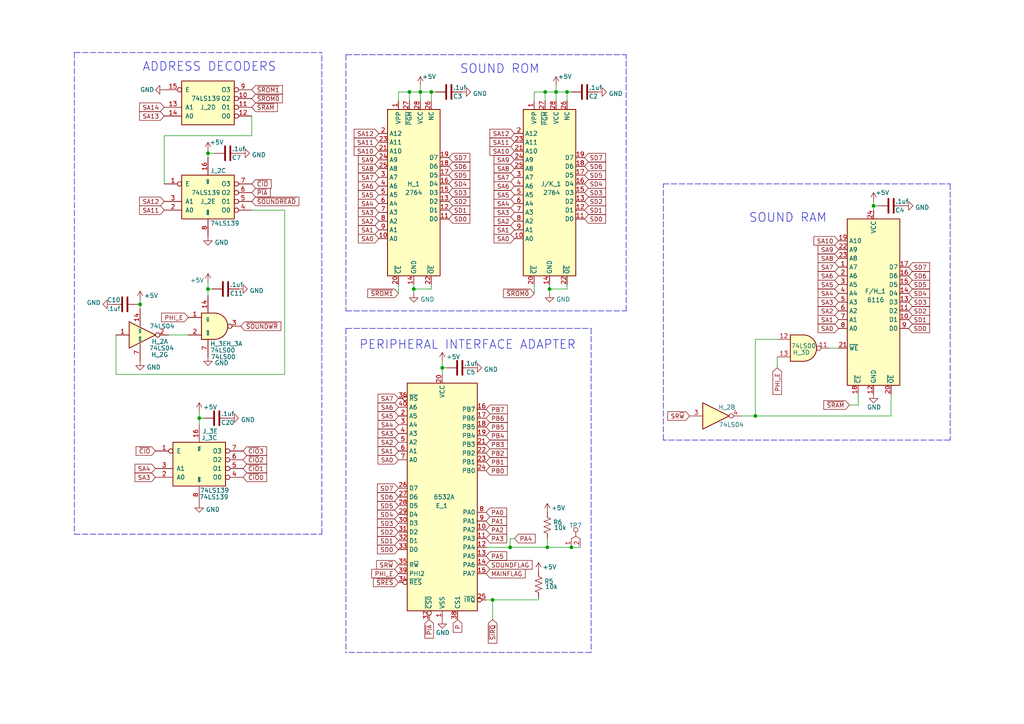
<source format=kicad_sch>
(kicad_sch (version 20211123) (generator eeschema)
  (paper "A4")
  (lib_symbols
    (symbol "Device:C" (pin_numbers hide) (pin_names (offset 0.254))
      (property "Reference" "C" (at 0.635 2.54 0))
      (property "Value" "C" (at 0.635 -2.54 0))
      (symbol "C_0_1"
        (polyline (pts (xy -2.032 -0.762) (xy 2.032 -0.762)) (stroke (width 0.508)))
        (polyline (pts (xy -2.032 0.762) (xy 2.032 0.762)) (stroke (width 0.508)))
      )
      (symbol "C_1_1"
        (pin passive line (at 0 3.81 270) (length 2.794) (name "~") (number "1"))
        (pin passive line (at 0 -3.81 90) (length 2.794) (name "~") (number "2"))
      )
    )
    (symbol "Device:R_US" (pin_numbers hide) (pin_names (offset 0))
      (property "Reference" "R" (at 2.54 0 90))
      (property "Value" "R_US" (at -2.54 0 90))
      (symbol "R_US_0_1"
        (polyline (pts (xy 0 -2.286) (xy 0 -2.54)))
        (polyline (pts (xy 0 2.286) (xy 0 2.54)))
        (polyline (pts (xy 0 -0.762) (xy 1.016 -1.143) (xy 0 -1.524) (xy -1.016 -1.905) (xy 0 -2.286)))
        (polyline (pts (xy 0 0.762) (xy 1.016 0.381) (xy 0 0) (xy -1.016 -0.381) (xy 0 -0.762)))
        (polyline (pts (xy 0 2.286) (xy 1.016 1.905) (xy 0 1.524) (xy -1.016 1.143) (xy 0 0.762)))
      )
      (symbol "R_US_1_1"
        (pin passive line (at 0 3.81 270) (length 1.27) (name "~") (number "1"))
        (pin passive line (at 0 -3.81 90) (length 1.27) (name "~") (number "2"))
      )
    )
    (symbol "atari:2764"
      (property "Reference" "U" (at 0 0 0))
      (property "Value" "2764" (at -1.905 1.905 0))
      (symbol "2764_1_1"
        (rectangle (start -7.62 22.86) (end 7.62 -25.4) (stroke (width 0.254)) (fill (type background)))
        (pin input line (at -4.445 25.4 270) (length 2.54) (name "VPP") (number "1"))
        (pin input line (at -10.16 -14.605 0) (length 2.54) (name "A0") (number "10"))
        (pin tri_state line (at 10.16 -8.89 180) (length 2.54) (name "D0") (number "11"))
        (pin tri_state line (at 10.16 -6.35 180) (length 2.54) (name "D1") (number "12"))
        (pin tri_state line (at 10.16 -3.81 180) (length 2.54) (name "D2") (number "13"))
        (pin power_in line (at 0 -27.94 90) (length 2.54) (name "GND") (number "14"))
        (pin tri_state line (at 10.16 -1.27 180) (length 2.54) (name "D3") (number "15"))
        (pin tri_state line (at 10.16 1.27 180) (length 2.54) (name "D4") (number "16"))
        (pin tri_state line (at 10.16 3.81 180) (length 2.54) (name "D5") (number "17"))
        (pin tri_state line (at 10.16 6.35 180) (length 2.54) (name "D6") (number "18"))
        (pin tri_state line (at 10.16 8.89 180) (length 2.54) (name "D7") (number "19"))
        (pin input line (at -10.16 15.875 0) (length 2.54) (name "A12") (number "2"))
        (pin input line (at -4.445 -27.94 90) (length 2.54) (name "~{CE}") (number "20"))
        (pin input line (at -10.16 10.795 0) (length 2.54) (name "A10") (number "21"))
        (pin input line (at 5.08 -27.94 90) (length 2.54) (name "~{OE}") (number "22"))
        (pin input line (at -10.16 13.335 0) (length 2.54) (name "A11") (number "23"))
        (pin input line (at -10.16 8.255 0) (length 2.54) (name "A9") (number "24"))
        (pin input line (at -10.16 5.715 0) (length 2.54) (name "A8") (number "25"))
        (pin input line (at 5.08 25.4 270) (length 2.54) (name "NC") (number "26"))
        (pin input line (at -1.27 25.4 270) (length 2.54) (name "~{PGM}") (number "27"))
        (pin power_in line (at 1.905 25.4 270) (length 2.54) (name "VCC") (number "28"))
        (pin input line (at -10.16 3.175 0) (length 2.54) (name "A7") (number "3"))
        (pin input line (at -10.16 0.635 0) (length 2.54) (name "A6") (number "4"))
        (pin input line (at -10.16 -1.905 0) (length 2.54) (name "A5") (number "5"))
        (pin input line (at -10.16 -4.445 0) (length 2.54) (name "A4") (number "6"))
        (pin input line (at -10.16 -6.985 0) (length 2.54) (name "A3") (number "7"))
        (pin input line (at -10.16 -9.525 0) (length 2.54) (name "A2") (number "8"))
        (pin input line (at -10.16 -12.065 0) (length 2.54) (name "A1") (number "9"))
      )
    )
    (symbol "atari:6116"
      (property "Reference" "U" (at 1.905 -1.27 0))
      (property "Value" "6116" (at 1.905 1.27 0))
      (symbol "6116_1_1"
        (rectangle (start -5.715 22.86) (end 9.525 -25.4) (stroke (width 0.254)) (fill (type background)))
        (pin input line (at -8.255 8.89 0) (length 2.54) (name "A7") (number "1"))
        (pin bidirectional line (at 12.065 -6.35 180) (length 2.54) (name "D1") (number "10"))
        (pin bidirectional line (at 12.065 -3.81 180) (length 2.54) (name "D2") (number "11"))
        (pin power_in line (at 1.905 -27.94 90) (length 2.54) (name "GND") (number "12"))
        (pin bidirectional line (at 12.065 -1.27 180) (length 2.54) (name "D3") (number "13"))
        (pin bidirectional line (at 12.065 1.27 180) (length 2.54) (name "D4") (number "14"))
        (pin bidirectional line (at 12.065 3.81 180) (length 2.54) (name "D5") (number "15"))
        (pin bidirectional line (at 12.065 6.35 180) (length 2.54) (name "D6") (number "16"))
        (pin bidirectional line (at 12.065 8.89 180) (length 2.54) (name "D7") (number "17"))
        (pin input line (at -2.54 -27.94 90) (length 2.54) (name "~{CE}") (number "18"))
        (pin input line (at -8.255 16.51 0) (length 2.54) (name "A10") (number "19"))
        (pin input line (at -8.255 6.35 0) (length 2.54) (name "A6") (number "2"))
        (pin input line (at 6.985 -27.94 90) (length 2.54) (name "~{OE}") (number "20"))
        (pin input line (at -8.255 -14.605 0) (length 2.54) (name "~{WE}") (number "21"))
        (pin input line (at -8.255 13.97 0) (length 2.54) (name "A9") (number "22"))
        (pin input line (at -8.255 11.43 0) (length 2.54) (name "A8") (number "23"))
        (pin power_in line (at 1.905 25.4 270) (length 2.54) (name "VCC") (number "24"))
        (pin input line (at -8.255 3.81 0) (length 2.54) (name "A5") (number "3"))
        (pin input line (at -8.255 1.27 0) (length 2.54) (name "A4") (number "4"))
        (pin input line (at -8.255 -1.27 0) (length 2.54) (name "A3") (number "5"))
        (pin input line (at -8.255 -3.81 0) (length 2.54) (name "A2") (number "6"))
        (pin input line (at -8.255 -6.35 0) (length 2.54) (name "A1") (number "7"))
        (pin input line (at -8.255 -8.89 0) (length 2.54) (name "A0") (number "8"))
        (pin bidirectional line (at 12.065 -8.89 180) (length 2.54) (name "D0") (number "9"))
      )
    )
    (symbol "atari:6532A"
      (property "Reference" "U" (at 0 9.525 0))
      (property "Value" "6532A" (at 0 12.065 0))
      (symbol "6532A_0_1"
        (rectangle (start -10.16 -31.75) (end 10.16 34.29) (stroke (width 0.254)) (fill (type background)))
      )
      (symbol "6532A_1_1"
        (pin power_in line (at 0 -34.29 90) (length 2.54) (name "VSS") (number "1"))
        (pin bidirectional line (at 12.7 -8.255 180) (length 2.54) (name "PA2") (number "10"))
        (pin bidirectional line (at 12.7 -10.795 180) (length 2.54) (name "PA3") (number "11"))
        (pin bidirectional line (at 12.7 -13.335 180) (length 2.54) (name "PA4") (number "12"))
        (pin bidirectional line (at 12.7 -15.875 180) (length 2.54) (name "PA5") (number "13"))
        (pin bidirectional line (at 12.7 -18.415 180) (length 2.54) (name "PA6") (number "14"))
        (pin bidirectional line (at 12.7 -20.955 180) (length 2.54) (name "PA7") (number "15"))
        (pin bidirectional line (at 12.7 26.67 180) (length 2.54) (name "PB7") (number "16"))
        (pin bidirectional line (at 12.7 24.13 180) (length 2.54) (name "PB6") (number "17"))
        (pin bidirectional line (at 12.7 21.59 180) (length 2.54) (name "PB5") (number "18"))
        (pin bidirectional line (at 12.7 19.05 180) (length 2.54) (name "PB4") (number "19"))
        (pin bidirectional line (at -12.7 24.765 0) (length 2.54) (name "A5") (number "2"))
        (pin power_in line (at 0 36.83 270) (length 2.54) (name "VCC") (number "20"))
        (pin bidirectional line (at 12.7 16.51 180) (length 2.54) (name "PB3") (number "21"))
        (pin bidirectional line (at 12.7 13.97 180) (length 2.54) (name "PB2") (number "22"))
        (pin bidirectional line (at 12.7 11.43 180) (length 2.54) (name "PB1") (number "23"))
        (pin bidirectional line (at 12.7 8.89 180) (length 2.54) (name "PB0") (number "24"))
        (pin output inverted (at 12.7 -28.575 180) (length 2.54) (name "~{IRQ}") (number "25"))
        (pin bidirectional line (at -12.7 3.81 0) (length 2.54) (name "D7") (number "26"))
        (pin bidirectional line (at -12.7 1.27 0) (length 2.54) (name "D6") (number "27"))
        (pin bidirectional line (at -12.7 -1.27 0) (length 2.54) (name "D5") (number "28"))
        (pin bidirectional line (at -12.7 -3.81 0) (length 2.54) (name "D4") (number "29"))
        (pin bidirectional line (at -12.7 22.225 0) (length 2.54) (name "A4") (number "3"))
        (pin bidirectional line (at -12.7 -6.35 0) (length 2.54) (name "D3") (number "30"))
        (pin bidirectional line (at -12.7 -8.89 0) (length 2.54) (name "D2") (number "31"))
        (pin bidirectional line (at -12.7 -11.43 0) (length 2.54) (name "D1") (number "32"))
        (pin bidirectional line (at -12.7 -13.97 0) (length 2.54) (name "D0") (number "33"))
        (pin input inverted (at -12.7 -23.495 0) (length 2.54) (name "~{RES}") (number "34"))
        (pin input line (at -12.7 -18.415 0) (length 2.54) (name "R~{W}") (number "35"))
        (pin bidirectional inverted (at -12.7 29.845 0) (length 2.54) (name "~{RS}") (number "36"))
        (pin input inverted (at -3.81 -34.29 90) (length 2.54) (name "~{CS0}") (number "37"))
        (pin input line (at 4.445 -34.29 90) (length 2.54) (name "CS1") (number "38"))
        (pin input line (at -12.7 -20.955 0) (length 2.54) (name "PHI2") (number "39"))
        (pin bidirectional line (at -12.7 19.685 0) (length 2.54) (name "A3") (number "4"))
        (pin bidirectional line (at -12.7 27.305 0) (length 2.54) (name "A6") (number "40"))
        (pin bidirectional line (at -12.7 17.145 0) (length 2.54) (name "A2") (number "5"))
        (pin bidirectional line (at -12.7 14.605 0) (length 2.54) (name "A1") (number "6"))
        (pin bidirectional line (at -12.7 12.065 0) (length 2.54) (name "A0") (number "7"))
        (pin bidirectional line (at 12.7 -3.175 180) (length 2.54) (name "PA0") (number "8"))
        (pin bidirectional line (at 12.7 -5.715 180) (length 2.54) (name "PA1") (number "9"))
      )
    )
    (symbol "atari:74LS00" (pin_names (offset 1.016))
      (property "Reference" "U" (at 0 1.27 0))
      (property "Value" "74LS00" (at 0 -1.27 0))
      (symbol "74LS00_1_1"
        (arc (start 0 -3.81) (mid 3.81 0) (end 0 3.81) (stroke (width 0.254)) (fill (type background)))
        (polyline (pts (xy 0 3.81) (xy -3.81 3.81) (xy -3.81 -3.81) (xy 0 -3.81)) (stroke (width 0.254)) (fill (type background)))
        (pin input line (at -7.62 2.54 0) (length 3.81) (name "~") (number "1"))
        (pin input line (at -7.62 -2.54 0) (length 3.81) (name "~") (number "2"))
        (pin output inverted (at 7.62 0 180) (length 3.81) (name "~") (number "3"))
      )
      (symbol "74LS00_1_2"
        (arc (start -3.81 -3.81) (mid -2.589 0) (end -3.81 3.81) (stroke (width 0.254)))
        (arc (start -0.6096 -3.81) (mid 2.1855 -2.584) (end 3.81 0) (stroke (width 0.254)) (fill (type background)))
        (polyline (pts (xy -3.81 -3.81) (xy -0.635 -3.81)) (stroke (width 0.254)) (fill (type background)))
        (polyline (pts (xy -3.81 3.81) (xy -0.635 3.81)) (stroke (width 0.254)) (fill (type background)))
        (polyline (pts (xy -0.635 3.81) (xy -3.81 3.81) (xy -3.81 3.81) (xy -3.556 3.4036) (xy -3.0226 2.2606) (xy -2.6924 1.0414) (xy -2.6162 -0.254) (xy -2.7686 -1.4986) (xy -3.175 -2.7178) (xy -3.81 -3.81) (xy -3.81 -3.81) (xy -0.635 -3.81)) (stroke (width -25.4)) (fill (type background)))
        (arc (start 3.81 0) (mid 2.1928 2.5925) (end -0.6096 3.81) (stroke (width 0.254)) (fill (type background)))
        (pin input inverted (at -7.62 2.54 0) (length 4.318) (name "~") (number "1"))
        (pin input inverted (at -7.62 -2.54 0) (length 4.318) (name "~") (number "2"))
        (pin output line (at 7.62 0 180) (length 3.81) (name "~") (number "3"))
      )
      (symbol "74LS00_2_1"
        (arc (start 0 -3.81) (mid 3.81 0) (end 0 3.81) (stroke (width 0.254)) (fill (type background)))
        (polyline (pts (xy 0 3.81) (xy -3.81 3.81) (xy -3.81 -3.81) (xy 0 -3.81)) (stroke (width 0.254)) (fill (type background)))
        (pin input line (at -7.62 2.54 0) (length 3.81) (name "~") (number "4"))
        (pin input line (at -7.62 -2.54 0) (length 3.81) (name "~") (number "5"))
        (pin output inverted (at 7.62 0 180) (length 3.81) (name "~") (number "6"))
      )
      (symbol "74LS00_2_2"
        (arc (start -3.81 -3.81) (mid -2.589 0) (end -3.81 3.81) (stroke (width 0.254)))
        (arc (start -0.6096 -3.81) (mid 2.1855 -2.584) (end 3.81 0) (stroke (width 0.254)) (fill (type background)))
        (polyline (pts (xy -3.81 -3.81) (xy -0.635 -3.81)) (stroke (width 0.254)) (fill (type background)))
        (polyline (pts (xy -3.81 3.81) (xy -0.635 3.81)) (stroke (width 0.254)) (fill (type background)))
        (polyline (pts (xy -0.635 3.81) (xy -3.81 3.81) (xy -3.81 3.81) (xy -3.556 3.4036) (xy -3.0226 2.2606) (xy -2.6924 1.0414) (xy -2.6162 -0.254) (xy -2.7686 -1.4986) (xy -3.175 -2.7178) (xy -3.81 -3.81) (xy -3.81 -3.81) (xy -0.635 -3.81)) (stroke (width -25.4)) (fill (type background)))
        (arc (start 3.81 0) (mid 2.1928 2.5925) (end -0.6096 3.81) (stroke (width 0.254)) (fill (type background)))
        (pin input inverted (at -7.62 2.54 0) (length 4.318) (name "~") (number "4"))
        (pin input inverted (at -7.62 -2.54 0) (length 4.318) (name "~") (number "5"))
        (pin output line (at 7.62 0 180) (length 3.81) (name "~") (number "6"))
      )
      (symbol "74LS00_3_1"
        (arc (start 0 -3.81) (mid 3.81 0) (end 0 3.81) (stroke (width 0.254)) (fill (type background)))
        (polyline (pts (xy 0 3.81) (xy -3.81 3.81) (xy -3.81 -3.81) (xy 0 -3.81)) (stroke (width 0.254)) (fill (type background)))
        (pin input line (at -7.62 -2.54 0) (length 3.81) (name "~") (number "10"))
        (pin output inverted (at 7.62 0 180) (length 3.81) (name "~") (number "8"))
        (pin input line (at -7.62 2.54 0) (length 3.81) (name "~") (number "9"))
      )
      (symbol "74LS00_3_2"
        (arc (start -3.81 -3.81) (mid -2.589 0) (end -3.81 3.81) (stroke (width 0.254)))
        (arc (start -0.6096 -3.81) (mid 2.1855 -2.584) (end 3.81 0) (stroke (width 0.254)) (fill (type background)))
        (polyline (pts (xy -3.81 -3.81) (xy -0.635 -3.81)) (stroke (width 0.254)) (fill (type background)))
        (polyline (pts (xy -3.81 3.81) (xy -0.635 3.81)) (stroke (width 0.254)) (fill (type background)))
        (polyline (pts (xy -0.635 3.81) (xy -3.81 3.81) (xy -3.81 3.81) (xy -3.556 3.4036) (xy -3.0226 2.2606) (xy -2.6924 1.0414) (xy -2.6162 -0.254) (xy -2.7686 -1.4986) (xy -3.175 -2.7178) (xy -3.81 -3.81) (xy -3.81 -3.81) (xy -0.635 -3.81)) (stroke (width -25.4)) (fill (type background)))
        (arc (start 3.81 0) (mid 2.1928 2.5925) (end -0.6096 3.81) (stroke (width 0.254)) (fill (type background)))
        (pin input inverted (at -7.62 -2.54 0) (length 4.318) (name "~") (number "10"))
        (pin output line (at 7.62 0 180) (length 3.81) (name "~") (number "8"))
        (pin input inverted (at -7.62 2.54 0) (length 4.318) (name "~") (number "9"))
      )
      (symbol "74LS00_4_1"
        (arc (start 0 -3.81) (mid 3.81 0) (end 0 3.81) (stroke (width 0.254)) (fill (type background)))
        (polyline (pts (xy 0 3.81) (xy -3.81 3.81) (xy -3.81 -3.81) (xy 0 -3.81)) (stroke (width 0.254)) (fill (type background)))
        (pin output inverted (at 7.62 0 180) (length 3.81) (name "~") (number "11"))
        (pin input line (at -7.62 2.54 0) (length 3.81) (name "~") (number "12"))
        (pin input line (at -7.62 -2.54 0) (length 3.81) (name "~") (number "13"))
      )
      (symbol "74LS00_4_2"
        (arc (start -3.81 -3.81) (mid -2.589 0) (end -3.81 3.81) (stroke (width 0.254)))
        (arc (start -0.6096 -3.81) (mid 2.1855 -2.584) (end 3.81 0) (stroke (width 0.254)) (fill (type background)))
        (polyline (pts (xy -3.81 -3.81) (xy -0.635 -3.81)) (stroke (width 0.254)) (fill (type background)))
        (polyline (pts (xy -3.81 3.81) (xy -0.635 3.81)) (stroke (width 0.254)) (fill (type background)))
        (polyline (pts (xy -0.635 3.81) (xy -3.81 3.81) (xy -3.81 3.81) (xy -3.556 3.4036) (xy -3.0226 2.2606) (xy -2.6924 1.0414) (xy -2.6162 -0.254) (xy -2.7686 -1.4986) (xy -3.175 -2.7178) (xy -3.81 -3.81) (xy -3.81 -3.81) (xy -0.635 -3.81)) (stroke (width -25.4)) (fill (type background)))
        (arc (start 3.81 0) (mid 2.1928 2.5925) (end -0.6096 3.81) (stroke (width 0.254)) (fill (type background)))
        (pin output line (at 7.62 0 180) (length 3.81) (name "~") (number "11"))
        (pin input inverted (at -7.62 2.54 0) (length 4.318) (name "~") (number "12"))
        (pin input inverted (at -7.62 -2.54 0) (length 4.318) (name "~") (number "13"))
      )
      (symbol "74LS00_5_0"
        (pin power_in line (at 0 8.89 270) (length 5.08) (name "VCC") (number "14"))
        (pin power_in line (at 0 -8.89 90) (length 5.08) (name "GND") (number "7"))
      )
    )
    (symbol "atari:74LS04"
      (property "Reference" "U" (at 0 0 90))
      (property "Value" "74LS04" (at 1.905 -0.635 90))
      (symbol "74LS04_1_0"
        (polyline (pts (xy -3.81 3.81) (xy -3.81 -3.81) (xy 3.81 0) (xy -3.81 3.81)) (stroke (width 0.254)) (fill (type background)))
        (pin input line (at -7.62 0 0) (length 3.81) (name "~") (number "1"))
        (pin output inverted (at 7.62 0 180) (length 3.81) (name "~") (number "2"))
      )
      (symbol "74LS04_2_0"
        (polyline (pts (xy -3.81 3.81) (xy -3.81 -3.81) (xy 3.81 0) (xy -3.81 3.81)) (stroke (width 0.254)) (fill (type background)))
        (pin input line (at -7.62 0 0) (length 3.81) (name "~") (number "3"))
        (pin output inverted (at 7.62 0 180) (length 3.81) (name "~") (number "4"))
      )
      (symbol "74LS04_3_0"
        (polyline (pts (xy -3.81 3.81) (xy -3.81 -3.81) (xy 3.81 0) (xy -3.81 3.81)) (stroke (width 0.254)) (fill (type background)))
        (pin input line (at -7.62 0 0) (length 3.81) (name "~") (number "5"))
        (pin output inverted (at 7.62 0 180) (length 3.81) (name "~") (number "6"))
      )
      (symbol "74LS04_4_0"
        (polyline (pts (xy -3.81 3.81) (xy -3.81 -3.81) (xy 3.81 0) (xy -3.81 3.81)) (stroke (width 0.254)) (fill (type background)))
        (pin output inverted (at 7.62 0 180) (length 3.81) (name "~") (number "8"))
        (pin input line (at -7.62 0 0) (length 3.81) (name "~") (number "9"))
      )
      (symbol "74LS04_5_0"
        (polyline (pts (xy -3.81 3.81) (xy -3.81 -3.81) (xy 3.81 0) (xy -3.81 3.81)) (stroke (width 0.254)) (fill (type background)))
        (pin output inverted (at 7.62 0 180) (length 3.81) (name "~") (number "10"))
        (pin input line (at -7.62 0 0) (length 3.81) (name "~") (number "11"))
      )
      (symbol "74LS04_6_0"
        (polyline (pts (xy -3.81 3.81) (xy -3.81 -3.81) (xy 3.81 0) (xy -3.81 3.81)) (stroke (width 0.254)) (fill (type background)))
        (pin output inverted (at 7.62 0 180) (length 3.81) (name "~") (number "12"))
        (pin input line (at -7.62 0 0) (length 3.81) (name "~") (number "13"))
      )
      (symbol "74LS04_7_0"
        (pin power_in line (at -1.27 7.62 270) (length 5.08) (name "VCC") (number "14"))
        (pin power_in line (at -1.27 -7.62 90) (length 5.08) (name "GND") (number "7"))
      )
    )
    (symbol "atari:74LS139" (pin_names (offset 1.016))
      (property "Reference" "U" (at -6.35 6.35 0))
      (property "Value" "74LS139" (at -7.62 -8.89 0))
      (symbol "74LS139_1_0"
        (pin input inverted (at -12.7 -5.08 0) (length 5.08) (name "E") (number "1"))
        (pin input line (at -12.7 0 0) (length 5.08) (name "A0") (number "2"))
        (pin input line (at -12.7 2.54 0) (length 5.08) (name "A1") (number "3"))
        (pin output inverted (at 12.7 2.54 180) (length 5.08) (name "O0") (number "4"))
        (pin output inverted (at 12.7 0 180) (length 5.08) (name "O1") (number "5"))
        (pin output inverted (at 12.7 -2.54 180) (length 5.08) (name "O2") (number "6"))
        (pin output inverted (at 12.7 -5.08 180) (length 5.08) (name "O3") (number "7"))
      )
      (symbol "74LS139_1_1"
        (rectangle (start -7.62 5.08) (end 7.62 -7.62) (stroke (width 0.254)) (fill (type background)))
      )
      (symbol "74LS139_2_0"
        (pin output inverted (at 12.7 -2.54 180) (length 5.08) (name "O2") (number "10"))
        (pin output inverted (at 12.7 0 180) (length 5.08) (name "O1") (number "11"))
        (pin output inverted (at 12.7 2.54 180) (length 5.08) (name "O0") (number "12"))
        (pin input line (at -12.7 2.54 0) (length 5.08) (name "A1") (number "13"))
        (pin input line (at -12.7 0 0) (length 5.08) (name "A0") (number "14"))
        (pin input inverted (at -12.7 -5.08 0) (length 5.08) (name "E") (number "15"))
        (pin output inverted (at 12.7 -5.08 180) (length 5.08) (name "O3") (number "9"))
      )
      (symbol "74LS139_2_1"
        (rectangle (start -7.62 5.08) (end 7.62 -7.62) (stroke (width 0.254)) (fill (type background)))
      )
      (symbol "74LS139_3_0"
        (pin power_in line (at 0 10.16 270) (length 5.08) (name "VCC") (number "16"))
        (pin power_in line (at 0 -12.7 90) (length 5.08) (name "GND") (number "8"))
      )
      (symbol "74LS139_4_0"
        (pin output inverted (at 12.7 1.27 180) (length 5.08) (name "O2") (number "10"))
        (pin output inverted (at 12.7 -1.27 180) (length 5.08) (name "O1") (number "11"))
        (pin output inverted (at 12.7 -3.81 180) (length 5.08) (name "O0") (number "12"))
        (pin input line (at -12.7 -1.27 0) (length 5.08) (name "A1") (number "13"))
        (pin input line (at -12.7 -3.81 0) (length 5.08) (name "A0") (number "14"))
        (pin input inverted (at -12.7 3.81 0) (length 5.08) (name "E") (number "15"))
        (pin output inverted (at 12.7 3.81 180) (length 5.08) (name "O3") (number "9"))
      )
      (symbol "74LS139_4_1"
        (rectangle (start -7.62 6.35) (end 7.62 -6.35) (stroke (width 0.254)) (fill (type background)))
      )
      (symbol "74LS139_5_0"
        (pin input inverted (at -12.7 2.54 0) (length 5.08) (name "E") (number "1"))
        (pin input line (at -12.7 -5.08 0) (length 5.08) (name "A0") (number "2"))
        (pin input line (at -12.7 -2.54 0) (length 5.08) (name "A1") (number "3"))
        (pin output inverted (at 12.7 -5.08 180) (length 5.08) (name "O0") (number "4"))
        (pin output inverted (at 12.7 -2.54 180) (length 5.08) (name "O1") (number "5"))
        (pin output inverted (at 12.7 0 180) (length 5.08) (name "O2") (number "6"))
        (pin output inverted (at 12.7 2.54 180) (length 5.08) (name "O3") (number "7"))
      )
      (symbol "74LS139_5_1"
        (rectangle (start -7.62 5.08) (end 7.62 -7.62) (stroke (width 0.254)) (fill (type background)))
      )
    )
    (symbol "atari:tp_2_pin"
      (property "Reference" "TP" (at 0 7.62 0))
      (property "Value" "tp_2_pin" (at 0 5.715 0))
      (symbol "tp_2_pin_0_1"
        (polyline (pts (xy 0 1.905) (xy -1.27 1.27)) (stroke (width 0.1524)))
        (polyline (pts (xy 0 3.175) (xy 0 1.905) (xy 1.27 1.27)) (stroke (width 0.1524)))
        (circle (center 0 3.81) (radius 0.635))
      )
      (symbol "tp_2_pin_1_1"
        (pin passive line (at -1.27 -1.27 90) (length 2.54) (name "") (number "1"))
        (pin passive line (at 1.27 -1.27 90) (length 2.54) (name "") (number "2"))
      )
    )
    (symbol "power:+5V" (power) (pin_names (offset 0))
      (property "Value" "+5V" (at 0 3.556 0))
      (symbol "+5V_0_1"
        (polyline (pts (xy -0.762 1.27) (xy 0 2.54)))
        (polyline (pts (xy 0 0) (xy 0 2.54)))
        (polyline (pts (xy 0 2.54) (xy 0.762 1.27)))
      )
      (symbol "+5V_1_1"
        (pin power_in line (at 0 0 90) (length 0) hide (name "+5V") (number "1"))
      )
    )
    (symbol "power:GND" (power) (pin_names (offset 0))
      (property "Value" "GND" (at 0 -3.81 0))
      (symbol "GND_0_1"
        (polyline (pts (xy 0 0) (xy 0 -1.27) (xy 1.27 -1.27) (xy 0 -2.54) (xy -1.27 -1.27) (xy 0 -1.27)))
      )
      (symbol "GND_1_1"
        (pin power_in line (at 0 0 270) (length 0) hide (name "GND") (number "1"))
      )
    )
  )
  (junction (at 161.29 26.67))
  (junction (at 159.385 83.82))
  (junction (at 158.115 26.67))
  (junction (at 128.27 106.68))
  (junction (at 165.735 158.75))
  (junction (at 142.875 173.99))
  (junction (at 40.64 88.265))
  (junction (at 60.325 83.82))
  (junction (at 125.095 26.67))
  (junction (at 118.745 26.67))
  (junction (at 120.015 83.82))
  (junction (at 60.325 44.45))
  (junction (at 253.365 59.69))
  (junction (at 219.075 120.65))
  (junction (at 121.92 26.67))
  (junction (at 57.785 121.285))
  (junction (at 164.465 26.67))
  (junction (at 147.955 158.75))
  (junction (at 158.75 158.75))
  (polyline (pts (xy 21.59 15.24) (xy 93.345 15.24)))
  (wire (pts (xy 60.325 44.45) (xy 60.325 43.815)))
  (wire (pts (xy 57.785 121.285) (xy 57.785 123.19)))
  (wire (pts (xy 125.095 26.67) (xy 121.92 26.67)))
  (polyline (pts (xy 100.33 15.875) (xy 100.33 90.17)))
  (wire (pts (xy 140.97 158.75) (xy 147.955 158.75)))
  (wire (pts (xy 121.92 26.67) (xy 118.745 26.67)))
  (wire (pts (xy 147.955 156.21) (xy 147.955 158.75)))
  (wire (pts (xy 125.095 82.55) (xy 125.095 83.82)))
  (wire (pts (xy 33.655 108.585) (xy 33.655 97.155)))
  (wire (pts (xy 149.225 156.21) (xy 147.955 156.21)))
  (wire (pts (xy 115.57 82.55) (xy 115.57 85.09)))
  (wire (pts (xy 158.115 26.67) (xy 158.115 29.21)))
  (wire (pts (xy 73.025 39.37) (xy 47.625 39.37)))
  (polyline (pts (xy 275.59 127.635) (xy 192.405 127.635)))
  (wire (pts (xy 60.325 83.82) (xy 60.325 81.915)))
  (wire (pts (xy 62.23 44.45) (xy 60.325 44.45)))
  (wire (pts (xy 60.325 44.45) (xy 60.325 45.72)))
  (wire (pts (xy 121.92 26.67) (xy 121.92 24.765)))
  (wire (pts (xy 240.665 100.965) (xy 243.205 100.965)))
  (wire (pts (xy 225.425 103.505) (xy 225.425 106.68)))
  (polyline (pts (xy 100.33 15.875) (xy 181.61 15.875)))
  (wire (pts (xy 159.385 83.82) (xy 159.385 82.55)))
  (wire (pts (xy 82.55 60.96) (xy 82.55 108.585)))
  (polyline (pts (xy 192.405 53.34) (xy 275.59 53.34)))
  (wire (pts (xy 154.94 82.55) (xy 154.94 85.09)))
  (polyline (pts (xy 100.33 95.25) (xy 100.33 189.23)))
  (wire (pts (xy 164.465 82.55) (xy 164.465 83.82)))
  (wire (pts (xy 59.055 121.285) (xy 57.785 121.285)))
  (wire (pts (xy 253.365 59.69) (xy 253.365 60.96)))
  (wire (pts (xy 253.365 59.69) (xy 253.365 58.42)))
  (wire (pts (xy 165.735 158.75) (xy 168.275 158.75)))
  (wire (pts (xy 40.005 88.265) (xy 40.64 88.265)))
  (wire (pts (xy 219.075 98.425) (xy 219.075 120.65)))
  (wire (pts (xy 154.94 26.67) (xy 154.94 29.21)))
  (wire (pts (xy 120.015 83.82) (xy 120.015 85.09)))
  (wire (pts (xy 118.745 26.67) (xy 118.745 29.21)))
  (wire (pts (xy 161.29 26.67) (xy 158.115 26.67)))
  (wire (pts (xy 158.115 26.67) (xy 154.94 26.67)))
  (polyline (pts (xy 171.45 189.23) (xy 100.33 189.23)))
  (wire (pts (xy 225.425 98.425) (xy 219.075 98.425)))
  (wire (pts (xy 164.465 26.67) (xy 161.29 26.67)))
  (wire (pts (xy 47.625 39.37) (xy 47.625 53.34)))
  (wire (pts (xy 82.55 108.585) (xy 33.655 108.585)))
  (wire (pts (xy 57.785 121.285) (xy 57.785 119.38)))
  (wire (pts (xy 248.92 114.3) (xy 248.92 117.475)))
  (wire (pts (xy 40.64 86.995) (xy 40.64 88.265)))
  (polyline (pts (xy 100.33 95.25) (xy 171.45 95.25)))
  (wire (pts (xy 159.385 83.82) (xy 159.385 85.09)))
  (wire (pts (xy 73.025 33.655) (xy 73.025 39.37)))
  (wire (pts (xy 129.54 106.68) (xy 128.27 106.68)))
  (polyline (pts (xy 21.59 154.94) (xy 93.345 154.94)))
  (wire (pts (xy 164.465 26.67) (xy 164.465 29.21)))
  (wire (pts (xy 61.595 83.82) (xy 60.325 83.82)))
  (wire (pts (xy 60.325 83.82) (xy 60.325 85.725)))
  (wire (pts (xy 161.29 26.67) (xy 161.29 24.765)))
  (wire (pts (xy 73.025 60.96) (xy 82.55 60.96)))
  (wire (pts (xy 121.92 26.67) (xy 121.92 29.21)))
  (wire (pts (xy 125.095 26.67) (xy 125.095 29.21)))
  (wire (pts (xy 128.27 106.68) (xy 128.27 108.585)))
  (wire (pts (xy 126.365 26.67) (xy 125.095 26.67)))
  (wire (pts (xy 161.29 26.67) (xy 161.29 29.21)))
  (polyline (pts (xy 171.45 95.25) (xy 171.45 189.23)))
  (polyline (pts (xy 192.405 127.635) (xy 192.405 53.34)))
  (wire (pts (xy 156.21 173.99) (xy 142.875 173.99)))
  (wire (pts (xy 164.465 83.82) (xy 159.385 83.82)))
  (wire (pts (xy 125.095 83.82) (xy 120.015 83.82)))
  (polyline (pts (xy 181.61 90.17) (xy 181.61 15.875)))
  (wire (pts (xy 142.875 173.99) (xy 142.875 179.705)))
  (polyline (pts (xy 100.33 90.17) (xy 181.61 90.17)))
  (wire (pts (xy 165.735 26.67) (xy 164.465 26.67)))
  (wire (pts (xy 258.445 114.3) (xy 258.445 120.65)))
  (wire (pts (xy 158.75 156.21) (xy 158.75 158.75)))
  (wire (pts (xy 147.955 158.75) (xy 158.75 158.75)))
  (wire (pts (xy 40.64 88.265) (xy 40.64 89.535)))
  (polyline (pts (xy 93.345 154.94) (xy 93.345 15.24)))
  (wire (pts (xy 219.075 120.65) (xy 215.265 120.65)))
  (wire (pts (xy 48.895 97.155) (xy 54.61 97.155)))
  (wire (pts (xy 158.75 158.75) (xy 165.735 158.75)))
  (polyline (pts (xy 275.59 53.34) (xy 275.59 127.635)))
  (wire (pts (xy 128.27 106.68) (xy 128.27 104.775)))
  (polyline (pts (xy 21.59 15.24) (xy 21.59 154.94)))
  (wire (pts (xy 140.97 173.99) (xy 142.875 173.99)))
  (wire (pts (xy 115.57 26.67) (xy 115.57 29.21)))
  (wire (pts (xy 258.445 120.65) (xy 219.075 120.65)))
  (wire (pts (xy 118.745 26.67) (xy 115.57 26.67)))
  (wire (pts (xy 254.635 59.69) (xy 253.365 59.69)))
  (wire (pts (xy 120.015 83.82) (xy 120.015 82.55)))
  (wire (pts (xy 248.92 117.475) (xy 246.38 117.475)))
  (wire (pts (xy 156.21 173.355) (xy 156.21 173.99)))
  (text "PERIPHERAL INTERFACE ADAPTER" (at 104.14 101.6 0) (effects (font (size 2.54 2.54)) (justify left bottom)))
  (text "ADDRESS DECODERS" (at 41.275 20.955 0) (effects (font (size 2.54 2.54)) (justify left bottom)))
  (text "SOUND RAM" (at 217.17 64.77 0) (effects (font (size 2.54 2.54)) (justify left bottom)))
  (text "SOUND ROM" (at 133.35 21.59 0) (effects (font (size 2.54 2.54)) (justify left bottom)))
  (global_label "SA10" (shape input) (at 109.855 43.815 180) (property "Intersheet References" "${INTERSHEET_REFS}" (effects hide)))
  (global_label "SA9" (shape input) (at 109.855 46.355 180) (property "Intersheet References" "${INTERSHEET_REFS}" (effects hide)))
  (global_label "SA1" (shape input) (at 115.57 130.81 180) (property "Intersheet References" "${INTERSHEET_REFS}" (effects hide)))
  (global_label "~{CIO}2" (shape input) (at 70.485 133.35 0) (property "Intersheet References" "${INTERSHEET_REFS}" (effects hide)))
  (global_label "SA12" (shape input) (at 109.855 38.735 180) (property "Intersheet References" "${INTERSHEET_REFS}" (effects hide)))
  (global_label "SD3" (shape input) (at 263.525 87.63 0) (property "Intersheet References" "${INTERSHEET_REFS}" (effects hide)))
  (global_label "SD4" (shape input) (at 263.525 85.09 0) (property "Intersheet References" "${INTERSHEET_REFS}" (effects hide)))
  (global_label "PA3" (shape input) (at 140.97 156.21 0) (property "Intersheet References" "${INTERSHEET_REFS}" (effects hide)))
  (global_label "SA0" (shape input) (at 109.855 69.215 180) (property "Intersheet References" "${INTERSHEET_REFS}" (effects hide)))
  (global_label "SA8" (shape input) (at 109.855 48.895 180) (property "Intersheet References" "${INTERSHEET_REFS}" (effects hide)))
  (global_label "SA7" (shape input) (at 115.57 115.57 180) (property "Intersheet References" "${INTERSHEET_REFS}" (effects hide)))
  (global_label "SA6" (shape input) (at 149.225 53.975 180) (property "Intersheet References" "${INTERSHEET_REFS}" (effects hide)))
  (global_label "PA4" (shape input) (at 149.225 156.21 0) (property "Intersheet References" "${INTERSHEET_REFS}" (effects hide)))
  (global_label "SD0" (shape input) (at 115.57 159.385 180) (property "Intersheet References" "${INTERSHEET_REFS}" (effects hide)))
  (global_label "SA12" (shape input) (at 149.225 38.735 180) (property "Intersheet References" "${INTERSHEET_REFS}" (effects hide)))
  (global_label "SD0" (shape input) (at 263.525 95.25 0) (property "Intersheet References" "${INTERSHEET_REFS}" (effects hide)))
  (global_label "SA1" (shape input) (at 109.855 66.675 180) (property "Intersheet References" "${INTERSHEET_REFS}" (effects hide)))
  (global_label "SA9" (shape input) (at 243.205 72.39 180) (property "Intersheet References" "${INTERSHEET_REFS}" (effects hide)))
  (global_label "PA0" (shape input) (at 140.97 148.59 0) (property "Intersheet References" "${INTERSHEET_REFS}" (effects hide)))
  (global_label "SD6" (shape input) (at 115.57 144.145 180) (property "Intersheet References" "${INTERSHEET_REFS}" (effects hide)))
  (global_label "SD1" (shape input) (at 130.175 60.96 0) (property "Intersheet References" "${INTERSHEET_REFS}" (effects hide)))
  (global_label "SA4" (shape input) (at 243.205 85.09 180) (property "Intersheet References" "${INTERSHEET_REFS}" (effects hide)))
  (global_label "SD7" (shape input) (at 263.525 77.47 0) (property "Intersheet References" "${INTERSHEET_REFS}" (effects hide)))
  (global_label "PB5" (shape input) (at 140.97 123.825 0) (property "Intersheet References" "${INTERSHEET_REFS}" (effects hide)))
  (global_label "SA5" (shape input) (at 109.855 56.515 180) (property "Intersheet References" "${INTERSHEET_REFS}" (effects hide)))
  (global_label "SD4" (shape input) (at 130.175 53.34 0) (property "Intersheet References" "${INTERSHEET_REFS}" (effects hide)))
  (global_label "SD2" (shape input) (at 130.175 58.42 0) (property "Intersheet References" "${INTERSHEET_REFS}" (effects hide)))
  (global_label "SA5" (shape input) (at 243.205 82.55 180) (property "Intersheet References" "${INTERSHEET_REFS}" (effects hide)))
  (global_label "PHI_E" (shape input) (at 54.61 92.075 180) (property "Intersheet References" "${INTERSHEET_REFS}" (effects hide)))
  (global_label "~{CIO}" (shape input) (at 73.025 53.34 0) (property "Intersheet References" "${INTERSHEET_REFS}" (effects hide)))
  (global_label "PB6" (shape input) (at 140.97 121.285 0) (property "Intersheet References" "${INTERSHEET_REFS}" (effects hide)))
  (global_label "~{SROM0}" (shape input) (at 73.025 28.575 0) (property "Intersheet References" "${INTERSHEET_REFS}" (effects hide)))
  (global_label "SA10" (shape input) (at 243.205 69.85 180) (property "Intersheet References" "${INTERSHEET_REFS}" (effects hide)))
  (global_label "~{PIA}" (shape input) (at 124.46 179.705 270) (property "Intersheet References" "${INTERSHEET_REFS}" (effects hide)))
  (global_label "SA2" (shape input) (at 115.57 128.27 180) (property "Intersheet References" "${INTERSHEET_REFS}" (effects hide)))
  (global_label "SA4" (shape input) (at 115.57 123.19 180) (property "Intersheet References" "${INTERSHEET_REFS}" (effects hide)))
  (global_label "SD3" (shape input) (at 130.175 55.88 0) (property "Intersheet References" "${INTERSHEET_REFS}" (effects hide)))
  (global_label "PB7" (shape input) (at 140.97 118.745 0) (property "Intersheet References" "${INTERSHEET_REFS}" (effects hide)))
  (global_label "SA0" (shape input) (at 115.57 133.35 180) (property "Intersheet References" "${INTERSHEET_REFS}" (effects hide)))
  (global_label "SA5" (shape input) (at 115.57 120.65 180) (property "Intersheet References" "${INTERSHEET_REFS}" (effects hide)))
  (global_label "~{SROM0}" (shape input) (at 154.94 85.09 180) (property "Intersheet References" "${INTERSHEET_REFS}" (effects hide)))
  (global_label "SA2" (shape input) (at 243.205 90.17 180) (property "Intersheet References" "${INTERSHEET_REFS}" (effects hide)))
  (global_label "SD5" (shape input) (at 169.545 50.8 0) (property "Intersheet References" "${INTERSHEET_REFS}" (effects hide)))
  (global_label "~{CIO}" (shape input) (at 45.085 130.81 180) (property "Intersheet References" "${INTERSHEET_REFS}" (effects hide)))
  (global_label "SA13" (shape input) (at 47.625 33.655 180) (property "Intersheet References" "${INTERSHEET_REFS}" (effects hide)))
  (global_label "PHI_E" (shape input) (at 225.425 106.68 270) (property "Intersheet References" "${INTERSHEET_REFS}" (effects hide)))
  (global_label "PA1" (shape input) (at 140.97 151.13 0) (property "Intersheet References" "${INTERSHEET_REFS}" (effects hide)))
  (global_label "SA3" (shape input) (at 243.205 87.63 180) (property "Intersheet References" "${INTERSHEET_REFS}" (effects hide)))
  (global_label "~{PIA}" (shape input) (at 73.025 55.88 0) (property "Intersheet References" "${INTERSHEET_REFS}" (effects hide)))
  (global_label "SD2" (shape input) (at 169.545 58.42 0) (property "Intersheet References" "${INTERSHEET_REFS}" (effects hide)))
  (global_label "SD3" (shape input) (at 169.545 55.88 0) (property "Intersheet References" "${INTERSHEET_REFS}" (effects hide)))
  (global_label "~{SOUNDREAD}" (shape input) (at 73.025 58.42 0) (property "Intersheet References" "${INTERSHEET_REFS}" (effects hide)))
  (global_label "~{SOUNDWR}" (shape input) (at 69.85 94.615 0) (property "Intersheet References" "${INTERSHEET_REFS}" (effects hide)))
  (global_label "~{SRAM}" (shape input) (at 246.38 117.475 180) (property "Intersheet References" "${INTERSHEET_REFS}" (effects hide)))
  (global_label "SA4" (shape input) (at 149.225 59.055 180) (property "Intersheet References" "${INTERSHEET_REFS}" (effects hide)))
  (global_label "SD6" (shape input) (at 169.545 48.26 0) (property "Intersheet References" "${INTERSHEET_REFS}" (effects hide)))
  (global_label "SA12" (shape input) (at 47.625 58.42 180) (property "Intersheet References" "${INTERSHEET_REFS}" (effects hide)))
  (global_label "SA2" (shape input) (at 109.855 64.135 180) (property "Intersheet References" "${INTERSHEET_REFS}" (effects hide)))
  (global_label "PB0" (shape input) (at 140.97 136.525 0) (property "Intersheet References" "${INTERSHEET_REFS}" (effects hide)))
  (global_label "SD6" (shape input) (at 263.525 80.01 0) (property "Intersheet References" "${INTERSHEET_REFS}" (effects hide)))
  (global_label "PHI_E" (shape input) (at 115.57 166.37 180) (property "Intersheet References" "${INTERSHEET_REFS}" (effects hide)))
  (global_label "~{SRES}" (shape input) (at 115.57 168.91 180) (property "Intersheet References" "${INTERSHEET_REFS}" (effects hide)))
  (global_label "PB2" (shape input) (at 140.97 131.445 0) (property "Intersheet References" "${INTERSHEET_REFS}" (effects hide)))
  (global_label "SA5" (shape input) (at 149.225 56.515 180) (property "Intersheet References" "${INTERSHEET_REFS}" (effects hide)))
  (global_label "PB1" (shape input) (at 140.97 133.985 0) (property "Intersheet References" "${INTERSHEET_REFS}" (effects hide)))
  (global_label "SR~{W}" (shape input) (at 200.025 120.65 180) (property "Intersheet References" "${INTERSHEET_REFS}" (effects hide)))
  (global_label "SA6" (shape input) (at 115.57 118.11 180) (property "Intersheet References" "${INTERSHEET_REFS}" (effects hide)))
  (global_label "SD5" (shape input) (at 263.525 82.55 0) (property "Intersheet References" "${INTERSHEET_REFS}" (effects hide)))
  (global_label "SA7" (shape input) (at 149.225 51.435 180) (property "Intersheet References" "${INTERSHEET_REFS}" (effects hide)))
  (global_label "PB3" (shape input) (at 140.97 128.905 0) (property "Intersheet References" "${INTERSHEET_REFS}" (effects hide)))
  (global_label "~{CIO}1" (shape input) (at 70.485 135.89 0) (property "Intersheet References" "${INTERSHEET_REFS}" (effects hide)))
  (global_label "SD0" (shape input) (at 130.175 63.5 0) (property "Intersheet References" "${INTERSHEET_REFS}" (effects hide)))
  (global_label "SD7" (shape input) (at 169.545 45.72 0) (property "Intersheet References" "${INTERSHEET_REFS}" (effects hide)))
  (global_label "SD1" (shape input) (at 169.545 60.96 0) (property "Intersheet References" "${INTERSHEET_REFS}" (effects hide)))
  (global_label "SA11" (shape input) (at 47.625 60.96 180) (property "Intersheet References" "${INTERSHEET_REFS}" (effects hide)))
  (global_label "SD4" (shape input) (at 115.57 149.225 180) (property "Intersheet References" "${INTERSHEET_REFS}" (effects hide)))
  (global_label "SOUNDFLAG" (shape input) (at 140.97 163.83 0) (property "Intersheet References" "${INTERSHEET_REFS}" (effects hide)))
  (global_label "SA7" (shape input) (at 109.855 51.435 180) (property "Intersheet References" "${INTERSHEET_REFS}" (effects hide)))
  (global_label "SA4" (shape input) (at 45.085 135.89 180) (property "Intersheet References" "${INTERSHEET_REFS}" (effects hide)))
  (global_label "~{CIO}0" (shape input) (at 70.485 138.43 0) (property "Intersheet References" "${INTERSHEET_REFS}" (effects hide)))
  (global_label "SA3" (shape input) (at 115.57 125.73 180) (property "Intersheet References" "${INTERSHEET_REFS}" (effects hide)))
  (global_label "SA8" (shape input) (at 149.225 48.895 180) (property "Intersheet References" "${INTERSHEET_REFS}" (effects hide)))
  (global_label "SA1" (shape input) (at 243.205 92.71 180) (property "Intersheet References" "${INTERSHEET_REFS}" (effects hide)))
  (global_label "SA9" (shape input) (at 149.225 46.355 180) (property "Intersheet References" "${INTERSHEET_REFS}" (effects hide)))
  (global_label "SD1" (shape input) (at 263.525 92.71 0) (property "Intersheet References" "${INTERSHEET_REFS}" (effects hide)))
  (global_label "SD1" (shape input) (at 115.57 156.845 180) (property "Intersheet References" "${INTERSHEET_REFS}" (effects hide)))
  (global_label "~{SROM1}" (shape input) (at 115.57 85.09 180) (property "Intersheet References" "${INTERSHEET_REFS}" (effects hide)))
  (global_label "SD2" (shape input) (at 115.57 154.305 180) (property "Intersheet References" "${INTERSHEET_REFS}" (effects hide)))
  (global_label "SA0" (shape input) (at 243.205 95.25 180) (property "Intersheet References" "${INTERSHEET_REFS}" (effects hide)))
  (global_label "PB4" (shape input) (at 140.97 126.365 0) (property "Intersheet References" "${INTERSHEET_REFS}" (effects hide)))
  (global_label "SD0" (shape input) (at 169.545 63.5 0) (property "Intersheet References" "${INTERSHEET_REFS}" (effects hide)))
  (global_label "~{SIRQ}" (shape input) (at 142.875 179.705 270) (property "Intersheet References" "${INTERSHEET_REFS}" (effects hide)))
  (global_label "P" (shape input) (at 132.715 179.705 270) (property "Intersheet References" "${INTERSHEET_REFS}" (effects hide)))
  (global_label "SD5" (shape input) (at 130.175 50.8 0) (property "Intersheet References" "${INTERSHEET_REFS}" (effects hide)))
  (global_label "SD4" (shape input) (at 169.545 53.34 0) (property "Intersheet References" "${INTERSHEET_REFS}" (effects hide)))
  (global_label "SR~{W}" (shape input) (at 115.57 163.83 180) (property "Intersheet References" "${INTERSHEET_REFS}" (effects hide)))
  (global_label "SD5" (shape input) (at 115.57 146.685 180) (property "Intersheet References" "${INTERSHEET_REFS}" (effects hide)))
  (global_label "SA3" (shape input) (at 149.225 61.595 180) (property "Intersheet References" "${INTERSHEET_REFS}" (effects hide)))
  (global_label "~{SRAM}" (shape input) (at 73.025 31.115 0) (property "Intersheet References" "${INTERSHEET_REFS}" (effects hide)))
  (global_label "SD6" (shape input) (at 130.175 48.26 0) (property "Intersheet References" "${INTERSHEET_REFS}" (effects hide)))
  (global_label "SD3" (shape input) (at 115.57 151.765 180) (property "Intersheet References" "${INTERSHEET_REFS}" (effects hide)))
  (global_label "MAINFLAG" (shape input) (at 140.97 166.37 0) (property "Intersheet References" "${INTERSHEET_REFS}" (effects hide)))
  (global_label "SD7" (shape input) (at 115.57 141.605 180) (property "Intersheet References" "${INTERSHEET_REFS}" (effects hide)))
  (global_label "SA4" (shape input) (at 109.855 59.055 180) (property "Intersheet References" "${INTERSHEET_REFS}" (effects hide)))
  (global_label "PA2" (shape input) (at 140.97 153.67 0) (property "Intersheet References" "${INTERSHEET_REFS}" (effects hide)))
  (global_label "~{CIO}3" (shape input) (at 70.485 130.81 0) (property "Intersheet References" "${INTERSHEET_REFS}" (effects hide)))
  (global_label "SA1" (shape input) (at 149.225 66.675 180) (property "Intersheet References" "${INTERSHEET_REFS}" (effects hide)))
  (global_label "SA6" (shape input) (at 109.855 53.975 180) (property "Intersheet References" "${INTERSHEET_REFS}" (effects hide)))
  (global_label "SD7" (shape input) (at 130.175 45.72 0) (property "Intersheet References" "${INTERSHEET_REFS}" (effects hide)))
  (global_label "SA6" (shape input) (at 243.205 80.01 180) (property "Intersheet References" "${INTERSHEET_REFS}" (effects hide)))
  (global_label "SA10" (shape input) (at 149.225 43.815 180) (property "Intersheet References" "${INTERSHEET_REFS}" (effects hide)))
  (global_label "SD2" (shape input) (at 263.525 90.17 0) (property "Intersheet References" "${INTERSHEET_REFS}" (effects hide)))
  (global_label "SA11" (shape input) (at 149.225 41.275 180) (property "Intersheet References" "${INTERSHEET_REFS}" (effects hide)))
  (global_label "SA3" (shape input) (at 109.855 61.595 180) (property "Intersheet References" "${INTERSHEET_REFS}" (effects hide)))
  (global_label "SA11" (shape input) (at 109.855 41.275 180) (property "Intersheet References" "${INTERSHEET_REFS}" (effects hide)))
  (global_label "PA5" (shape input) (at 140.97 161.29 0) (property "Intersheet References" "${INTERSHEET_REFS}" (effects hide)))
  (global_label "SA14" (shape input) (at 47.625 31.115 180) (property "Intersheet References" "${INTERSHEET_REFS}" (effects hide)))
  (global_label "SA7" (shape input) (at 243.205 77.47 180) (property "Intersheet References" "${INTERSHEET_REFS}" (effects hide)))
  (global_label "SA0" (shape input) (at 149.225 69.215 180) (property "Intersheet References" "${INTERSHEET_REFS}" (effects hide)))
  (global_label "SA2" (shape input) (at 149.225 64.135 180) (property "Intersheet References" "${INTERSHEET_REFS}" (effects hide)))
  (global_label "SA8" (shape input) (at 243.205 74.93 180) (property "Intersheet References" "${INTERSHEET_REFS}" (effects hide)))
  (global_label "SA3" (shape input) (at 45.085 138.43 180) (property "Intersheet References" "${INTERSHEET_REFS}" (effects hide)))
  (global_label "~{SROM1}" (shape input) (at 73.025 26.035 0) (property "Intersheet References" "${INTERSHEET_REFS}" (effects hide)))
  (symbol (lib_id "atari:74LS139") (at 57.785 133.35 0) (unit 5)
    (property "Reference" "J_3" (at 60.96 125.095 0))
    (property "Value" "74LS139" (at 62.23 142.24 0))
    (property "Footprint" "atari:DIP16" (effects hide))
  )
  (symbol (lib_id "atari:74LS00") (at 62.23 94.615 0) (unit 1)
    (property "Reference" "H_3" (at 67.945 99.695 0))
    (property "Value" "74LS00" (at 64.77 103.505 0))
    (property "Footprint" "atari:DIP14" (effects hide))
  )
  (symbol (lib_id "atari:2764") (at 120.015 54.61 0) (unit 1)
    (property "Reference" "H_1" (at 118.11 53.34 0) (effects (justify left)))
    (property "Value" "2764" (at 117.475 55.88 0) (effects (justify left)))
    (property "Footprint" "atari:DIP28" (effects hide))
  )
  (symbol (lib_id "Device:C") (at 133.35 106.68 90) (unit 1)
    (property "Reference" "C5" (at 136.525 107.95 90))
    (property "Value" ".1uf" (at 136.525 105.41 90))
    (property "Footprint" "atari:GenericComp" (effects hide))
  )
  (symbol (lib_id "Device:R_US") (at 156.21 169.545 0) (unit 1)
    (property "Reference" "R5" (at 157.861 168.6365 0) (effects (justify left)))
    (property "Value" "10k" (at 158.115 170.18 0) (effects (justify left)))
    (property "Footprint" "atari:GenericComp" (effects hide))
  )
  (symbol (lib_id "power:GND") (at 47.625 26.035 270) (unit 1)
    (property "Reference" "#PWR0147" (effects hide))
    (property "Value" "GND" (at 40.64 26.035 90) (effects (justify left)))
  )
  (symbol (lib_id "power:+5V") (at 57.785 119.38 0) (unit 1)
    (property "Reference" "#PWR0158" (effects hide))
    (property "Value" "+5V" (at 60.96 118.11 0))
  )
  (symbol (lib_id "power:GND") (at 57.785 146.05 0) (unit 1)
    (property "Reference" "#PWR0159" (effects hide))
    (property "Value" "GND" (at 59.69 147.799 0) (effects (justify left)))
  )
  (symbol (lib_id "power:+5V") (at 60.325 43.815 0) (unit 1)
    (property "Reference" "#PWR0148" (effects hide))
    (property "Value" "+5V" (at 62.865 41.275 0))
  )
  (symbol (lib_id "power:GND") (at 137.16 106.68 90) (unit 1)
    (property "Reference" "#PWR0167" (effects hide))
    (property "Value" "GND" (at 140.335 107.159 90) (effects (justify right)))
  )
  (symbol (lib_id "power:GND") (at 253.365 114.3 0) (unit 1)
    (property "Reference" "#PWR0173" (effects hide))
    (property "Value" "GND" (at 251.46 118.11 0) (effects (justify left)))
  )
  (symbol (lib_id "power:GND") (at 69.215 83.82 90) (unit 1)
    (property "Reference" "#PWR0152" (effects hide))
    (property "Value" "GND" (at 72.39 84.299 90) (effects (justify right)))
  )
  (symbol (lib_id "Device:R_US") (at 158.75 152.4 0) (unit 1)
    (property "Reference" "R6" (at 160.401 151.4915 0) (effects (justify left)))
    (property "Value" "10k" (at 160.655 153.035 0) (effects (justify left)))
    (property "Footprint" "atari:GenericComp" (effects hide))
  )
  (symbol (lib_id "power:+5V") (at 60.325 81.915 0) (unit 1)
    (property "Reference" "#PWR0151" (effects hide))
    (property "Value" "+5V" (at 57.15 81.28 0))
  )
  (symbol (lib_id "Device:C") (at 130.175 26.67 90) (unit 1)
    (property "Reference" "C3" (at 132.715 27.94 90))
    (property "Value" ".1uf" (at 133.35 25.4 90))
    (property "Footprint" "atari:GenericComp" (effects hide))
  )
  (symbol (lib_id "power:GND") (at 60.325 68.58 0) (unit 1)
    (property "Reference" "#PWR0153" (effects hide))
    (property "Value" "GND" (at 62.23 70.329 0) (effects (justify left)))
  )
  (symbol (lib_id "atari:74LS00") (at 233.045 100.965 0) (unit 4)
    (property "Reference" "H_3" (at 232.41 102.235 0))
    (property "Value" "74LS00" (at 233.045 100.33 0))
    (property "Footprint" "atari:DIP14" (effects hide))
  )
  (symbol (lib_id "atari:74LS139") (at 60.325 55.88 0) (unit 3)
    (property "Reference" "J_2" (at 60.96 49.53 0) (effects (justify left)))
    (property "Value" "74LS139" (at 60.96 64.77 0) (effects (justify left)))
    (property "Footprint" "atari:DIP16" (effects hide))
  )
  (symbol (lib_id "Device:C") (at 169.545 26.67 90) (unit 1)
    (property "Reference" "C2" (at 172.085 27.94 90))
    (property "Value" ".1uf" (at 172.72 25.4 90))
    (property "Footprint" "atari:GenericComp" (effects hide))
  )
  (symbol (lib_id "atari:74LS139") (at 57.785 133.35 0) (unit 3)
    (property "Reference" "J_3" (at 58.42 127 0) (effects (justify left)))
    (property "Value" "74LS139" (at 57.785 144.145 0) (effects (justify left)))
    (property "Footprint" "atari:DIP16" (effects hide))
  )
  (symbol (lib_id "Device:C") (at 36.195 88.265 270) (unit 1)
    (property "Reference" "C10" (at 33.02 86.995 90))
    (property "Value" ".1uf" (at 33.02 89.535 90))
    (property "Footprint" "atari:GenericComp" (effects hide))
  )
  (symbol (lib_id "power:GND") (at 40.64 104.775 0) (unit 1)
    (property "Reference" "#PWR0156" (effects hide))
    (property "Value" "GND" (at 42.545 106.524 0) (effects (justify left)))
  )
  (symbol (lib_id "power:GND") (at 60.325 103.505 0) (unit 1)
    (property "Reference" "#PWR0150" (effects hide))
    (property "Value" "GND" (at 62.23 105.254 0) (effects (justify left)))
  )
  (symbol (lib_id "atari:74LS04") (at 41.91 97.155 0) (unit 7)
    (property "Reference" "H_2" (at 43.815 102.87 0) (effects (justify left)))
    (property "Value" "74LS04" (at 43.18 100.965 0) (effects (justify left)))
    (property "Footprint" "atari:DIP14" (effects hide))
  )
  (symbol (lib_id "power:+5V") (at 128.27 104.775 0) (unit 1)
    (property "Reference" "#PWR0166" (effects hide))
    (property "Value" "+5V" (at 131.445 103.505 0))
  )
  (symbol (lib_id "power:+5V") (at 253.365 58.42 0) (unit 1)
    (property "Reference" "#PWR0172" (effects hide))
    (property "Value" "+5V" (at 255.905 55.88 0))
  )
  (symbol (lib_id "Device:C") (at 258.445 59.69 90) (unit 1)
    (property "Reference" "C4" (at 260.985 60.96 90))
    (property "Value" ".1uf" (at 261.62 58.42 90))
    (property "Footprint" "atari:GenericComp" (effects hide))
  )
  (symbol (lib_id "Device:C") (at 66.04 44.45 90) (unit 1)
    (property "Reference" "C7" (at 68.58 45.72 90))
    (property "Value" ".1uf" (at 69.215 43.18 90))
    (property "Footprint" "atari:GenericComp" (effects hide))
  )
  (symbol (lib_id "atari:6532A") (at 128.27 145.415 0) (unit 1)
    (property "Reference" "E_1" (at 126.365 146.685 0) (effects (justify left)))
    (property "Value" "6532A" (at 125.73 144.145 0) (effects (justify left)))
    (property "Footprint" "atari:DDIP40" (effects hide))
  )
  (symbol (lib_id "power:GND") (at 66.675 121.285 90) (unit 1)
    (property "Reference" "#PWR0157" (effects hide))
    (property "Value" "GND" (at 69.85 121.764 90) (effects (justify right)))
  )
  (symbol (lib_id "Device:C") (at 65.405 83.82 90) (unit 1)
    (property "Reference" "C11" (at 68.58 85.09 90))
    (property "Value" ".1uf" (at 68.58 82.55 90))
    (property "Footprint" "atari:GenericComp" (effects hide))
  )
  (symbol (lib_id "power:GND") (at 173.355 26.67 90) (unit 1)
    (property "Reference" "#PWR0162" (effects hide))
    (property "Value" "GND" (at 176.53 27.149 90) (effects (justify right)))
  )
  (symbol (lib_id "power:+5V") (at 161.29 24.765 0) (unit 1)
    (property "Reference" "#PWR0160" (effects hide))
    (property "Value" "+5V" (at 163.83 22.225 0))
  )
  (symbol (lib_id "power:GND") (at 32.385 88.265 270) (unit 1)
    (property "Reference" "#PWR0154" (effects hide))
    (property "Value" "GND" (at 29.21 87.786 90) (effects (justify right)))
  )
  (symbol (lib_id "atari:74LS139") (at 60.325 29.845 0) (unit 4)
    (property "Reference" "J_2" (at 60.325 31.115 0))
    (property "Value" "74LS139" (at 59.69 28.575 0))
    (property "Footprint" "atari:DIP16" (effects hide))
  )
  (symbol (lib_id "atari:74LS04") (at 41.275 97.155 0) (unit 1)
    (property "Reference" "H_2" (at 46.355 99.06 0))
    (property "Value" "74LS04" (at 46.99 94.615 0))
    (property "Footprint" "atari:DIP14" (effects hide))
  )
  (symbol (lib_id "power:+5V") (at 121.92 24.765 0) (unit 1)
    (property "Reference" "#PWR0163" (effects hide))
    (property "Value" "+5V" (at 124.46 22.225 0))
  )
  (symbol (lib_id "atari:74LS139") (at 60.325 55.88 0) (unit 5)
    (property "Reference" "J_2" (at 60.325 58.42 0))
    (property "Value" "74LS139" (at 59.69 55.88 0))
    (property "Footprint" "atari:DIP16" (effects hide))
  )
  (symbol (lib_id "atari:tp_2_pin") (at 167.005 157.48 0) (unit 1)
    (property "Reference" "TP7" (at 165.1 152.4 0) (effects (justify left)))
    (property "Value" "tp_2_pin" (effects hide))
    (property "Footprint" "atari:TEST_POINT" (effects hide))
  )
  (symbol (lib_id "power:GND") (at 120.015 85.09 0) (unit 1)
    (property "Reference" "#PWR0164" (effects hide))
    (property "Value" "GND" (at 121.92 86.839 0) (effects (justify left)))
  )
  (symbol (lib_id "Device:C") (at 62.865 121.285 90) (unit 1)
    (property "Reference" "C20" (at 66.04 122.555 90))
    (property "Value" ".1uf" (at 66.04 120.015 90))
    (property "Footprint" "atari:GenericComp" (effects hide))
  )
  (symbol (lib_id "power:GND") (at 262.255 59.69 90) (unit 1)
    (property "Reference" "#PWR0171" (effects hide))
    (property "Value" "GND" (at 265.43 60.169 90) (effects (justify right)))
  )
  (symbol (lib_id "power:+5V") (at 158.75 148.59 0) (unit 1)
    (property "Reference" "#PWR0169" (effects hide))
    (property "Value" "+5V" (at 161.925 147.32 0))
  )
  (symbol (lib_id "power:GND") (at 159.385 85.09 0) (unit 1)
    (property "Reference" "#PWR0165" (effects hide))
    (property "Value" "GND" (at 161.29 86.839 0) (effects (justify left)))
  )
  (symbol (lib_id "atari:74LS00") (at 60.325 94.615 0) (unit 5)
    (property "Reference" "H_3" (at 60.96 99.695 0) (effects (justify left)))
    (property "Value" "74LS00" (at 60.96 101.6 0) (effects (justify left)))
    (property "Footprint" "atari:DIP14" (effects hide))
  )
  (symbol (lib_id "power:GND") (at 69.85 44.45 90) (unit 1)
    (property "Reference" "#PWR0149" (effects hide))
    (property "Value" "GND" (at 73.025 44.929 90) (effects (justify right)))
  )
  (symbol (lib_id "power:+5V") (at 156.21 165.735 0) (unit 1)
    (property "Reference" "#PWR0170" (effects hide))
    (property "Value" "+5V" (at 159.385 164.465 0))
  )
  (symbol (lib_id "atari:6116") (at 251.46 86.36 0) (unit 1)
    (property "Reference" "F/H_1" (at 250.825 84.455 0) (effects (justify left)))
    (property "Value" "6116" (at 251.46 86.995 0) (effects (justify left)))
    (property "Footprint" "atari:DDIP24" (effects hide))
  )
  (symbol (lib_id "power:GND") (at 133.985 26.67 90) (unit 1)
    (property "Reference" "#PWR0161" (effects hide))
    (property "Value" "GND" (at 137.16 27.149 90) (effects (justify right)))
  )
  (symbol (lib_id "power:+5V") (at 40.64 86.995 0) (unit 1)
    (property "Reference" "#PWR0155" (effects hide))
    (property "Value" "+5V" (at 43.815 85.725 0))
  )
  (symbol (lib_id "power:GND") (at 128.27 179.705 0) (unit 1)
    (property "Reference" "#PWR0168" (effects hide))
    (property "Value" "GND" (at 126.365 183.515 0) (effects (justify left)))
  )
  (symbol (lib_id "atari:74LS04") (at 207.645 120.65 0) (unit 2)
    (property "Reference" "H_2" (at 210.82 118.11 0))
    (property "Value" "74LS04" (at 212.09 123.19 0))
    (property "Footprint" "atari:DIP14" (effects hide))
  )
  (symbol (lib_id "atari:2764") (at 159.385 54.61 0) (unit 1)
    (property "Reference" "J/K_1" (at 156.845 53.34 0) (effects (justify left)))
    (property "Value" "2764" (at 157.48 55.88 0) (effects (justify left)))
    (property "Footprint" "atari:DIP28" (effects hide))
  )
)
</source>
